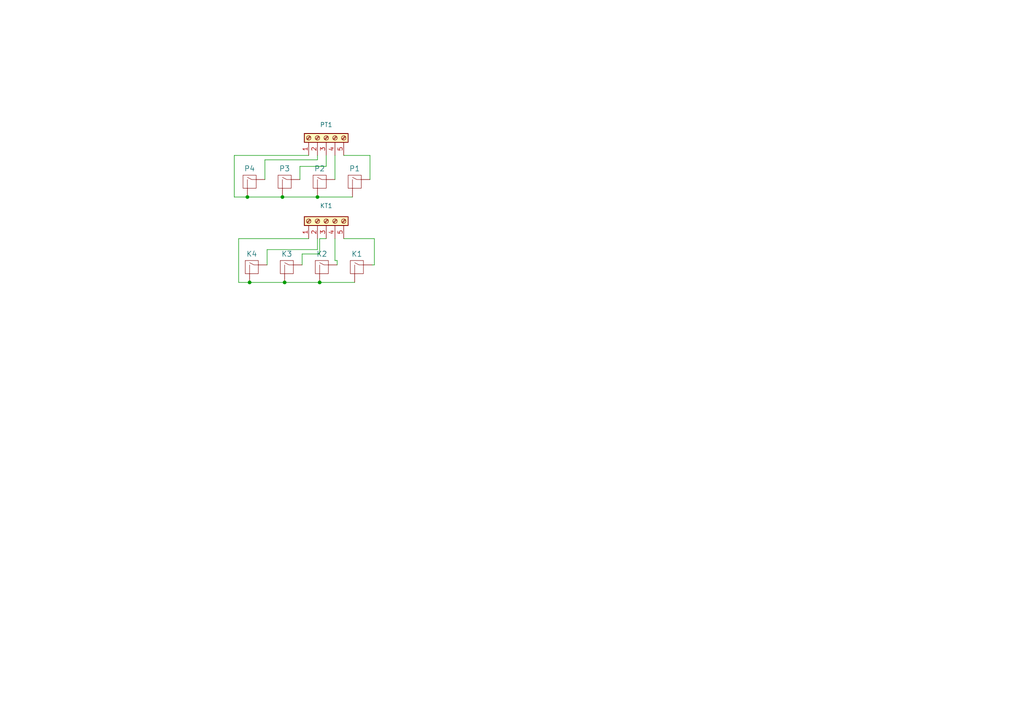
<source format=kicad_sch>
(kicad_sch (version 20211123) (generator eeschema)
  (paper "A4")
  (lib_symbols
    (symbol "CB66SwitchSymbols:MX-1U" (pin_names (offset 1.016))
      (property "Reference" "MX" (at 0 3.175 0))
      (symbol "MX-1U_0_0"
        (polyline (pts (xy -0.635 -1.905) (xy -0.635 0.635)) (stroke (width 0.127)))
        (polyline (pts (xy 1.905 0.635) (xy 0.635 0.635) (xy -0.635 1.27)) (stroke (width 0.127)))
        (rectangle (start 1.905 -1.905) (end -1.905 1.905) (stroke (width 0.127)))
      )
      (symbol "MX-1U_1_1"
        (pin passive line (at 4.445 0.635 180) (length 2.54) (name "COL") (number "1"))
        (pin passive line (at -0.635 -4.445 90) (length 2.54) (name "ROW") (number "2"))
      )
    )
    (symbol "Connector:Screw_Terminal_01x05" (pin_names (offset 1.016) hide)
      (property "Reference" "J" (at 0 7.62 0))
      (property "Value" "Screw_Terminal_01x05" (at 0 -7.62 0))
      (symbol "Screw_Terminal_01x05_1_1"
        (rectangle (start -1.27 6.35) (end 1.27 -6.35) (stroke (width 0.254)) (fill (type background)))
        (circle (center 0 -5.08) (radius 0.635) (stroke (width 0.1524)))
        (circle (center 0 -2.54) (radius 0.635) (stroke (width 0.1524)))
        (polyline (pts (xy -0.5334 -4.7498) (xy 0.3302 -5.588)) (stroke (width 0.1524)))
        (polyline (pts (xy -0.5334 -2.2098) (xy 0.3302 -3.048)) (stroke (width 0.1524)))
        (polyline (pts (xy -0.5334 0.3302) (xy 0.3302 -0.508)) (stroke (width 0.1524)))
        (polyline (pts (xy -0.5334 2.8702) (xy 0.3302 2.032)) (stroke (width 0.1524)))
        (polyline (pts (xy -0.5334 5.4102) (xy 0.3302 4.572)) (stroke (width 0.1524)))
        (polyline (pts (xy -0.3556 -4.572) (xy 0.508 -5.4102)) (stroke (width 0.1524)))
        (polyline (pts (xy -0.3556 -2.032) (xy 0.508 -2.8702)) (stroke (width 0.1524)))
        (polyline (pts (xy -0.3556 0.508) (xy 0.508 -0.3302)) (stroke (width 0.1524)))
        (polyline (pts (xy -0.3556 3.048) (xy 0.508 2.2098)) (stroke (width 0.1524)))
        (polyline (pts (xy -0.3556 5.588) (xy 0.508 4.7498)) (stroke (width 0.1524)))
        (circle (center 0 0) (radius 0.635) (stroke (width 0.1524)))
        (circle (center 0 2.54) (radius 0.635) (stroke (width 0.1524)))
        (circle (center 0 5.08) (radius 0.635) (stroke (width 0.1524)))
        (pin passive line (at -5.08 5.08 0) (length 3.81) (name "Pin_1") (number "1"))
        (pin passive line (at -5.08 2.54 0) (length 3.81) (name "Pin_2") (number "2"))
        (pin passive line (at -5.08 0 0) (length 3.81) (name "Pin_3") (number "3"))
        (pin passive line (at -5.08 -2.54 0) (length 3.81) (name "Pin_4") (number "4"))
        (pin passive line (at -5.08 -5.08 0) (length 3.81) (name "Pin_5") (number "5"))
      )
    )
  )
  (junction (at 71.755 57.15))
  (junction (at 92.075 57.15))
  (junction (at 92.71 81.915))
  (junction (at 81.915 57.15))
  (junction (at 82.55 81.915))
  (junction (at 72.39 81.915))
  (wire (pts (xy 76.835 46.355) (xy 76.835 52.07)))
  (wire (pts (xy 81.915 57.15) (xy 71.755 57.15)))
  (wire (pts (xy 94.615 48.26) (xy 86.995 48.26)))
  (wire (pts (xy 86.995 48.26) (xy 86.995 52.07)))
  (wire (pts (xy 94.615 69.215) (xy 92.71 69.215)))
  (wire (pts (xy 108.585 69.215) (xy 108.585 76.835)))
  (wire (pts (xy 92.71 73.66) (xy 87.63 73.66)))
  (wire (pts (xy 97.155 75.565) (xy 97.79 75.565)))
  (wire (pts (xy 108.585 76.835) (xy 107.95 76.835)))
  (wire (pts (xy 102.235 57.15) (xy 92.075 57.15)))
  (wire (pts (xy 71.755 57.15) (xy 67.945 57.15)))
  (wire (pts (xy 99.695 45.085) (xy 107.315 45.085)))
  (wire (pts (xy 77.47 72.39) (xy 77.47 76.835)))
  (wire (pts (xy 69.215 81.915) (xy 69.215 69.215)))
  (wire (pts (xy 82.55 81.915) (xy 72.39 81.915)))
  (wire (pts (xy 67.945 45.085) (xy 89.535 45.085)))
  (wire (pts (xy 92.71 69.215) (xy 92.71 73.66)))
  (wire (pts (xy 92.075 57.15) (xy 81.915 57.15)))
  (wire (pts (xy 92.075 45.085) (xy 92.075 46.355)))
  (wire (pts (xy 94.615 45.085) (xy 94.615 48.26)))
  (wire (pts (xy 69.215 69.215) (xy 89.535 69.215)))
  (wire (pts (xy 107.315 45.085) (xy 107.315 52.07)))
  (wire (pts (xy 99.695 69.215) (xy 108.585 69.215)))
  (wire (pts (xy 87.63 73.66) (xy 87.63 76.835)))
  (wire (pts (xy 67.945 45.085) (xy 67.945 57.15)))
  (wire (pts (xy 92.075 46.355) (xy 76.835 46.355)))
  (wire (pts (xy 97.155 45.085) (xy 97.155 52.07)))
  (wire (pts (xy 72.39 81.915) (xy 69.215 81.915)))
  (wire (pts (xy 97.155 69.215) (xy 97.155 75.565)))
  (wire (pts (xy 102.87 81.915) (xy 92.71 81.915)))
  (wire (pts (xy 92.71 81.915) (xy 82.55 81.915)))
  (wire (pts (xy 92.075 69.215) (xy 92.075 72.39)))
  (wire (pts (xy 97.79 75.565) (xy 97.79 76.835)))
  (wire (pts (xy 92.075 72.39) (xy 77.47 72.39)))
  (symbol (lib_id "CB66SwitchSymbols:MX-1U") (at 83.185 77.47 0) (unit 1)
    (property "Reference" "K3" (at 83.185 73.66 0) (effects (font (size 1.524 1.524))))
    (property "Value" "MX-1U" (effects hide))
    (property "Footprint" "random-footprints:mx-1350-hybrid" (effects hide))
  )
  (symbol (lib_id "CB66SwitchSymbols:MX-1U") (at 103.505 77.47 0) (unit 1)
    (property "Reference" "K1" (at 103.505 73.66 0) (effects (font (size 1.524 1.524))))
    (property "Value" "MX-1U" (effects hide))
    (property "Footprint" "random-footprints:mx-1350-hybrid" (effects hide))
  )
  (symbol (lib_id "CB66SwitchSymbols:MX-1U") (at 72.39 52.705 0) (unit 1)
    (property "Reference" "P4" (at 72.39 48.895 0) (effects (font (size 1.524 1.524))))
    (property "Value" "MX-1U" (effects hide))
    (property "Footprint" "random-footprints:mx-1350-hybrid" (effects hide))
  )
  (symbol (lib_id "Connector:Screw_Terminal_01x05") (at 94.615 40.005 90) (unit 1)
    (property "Reference" "PT1" (at 94.615 36.195 90))
    (property "Value" "Screw_Terminal_01x05" (effects hide))
    (property "Footprint" "TerminalBlock_Phoenix:TerminalBlock_Phoenix_MPT-0,5-5-2.54_1x05_P2.54mm_Horizontal" (effects hide))
  )
  (symbol (lib_id "CB66SwitchSymbols:MX-1U") (at 73.025 77.47 0) (unit 1)
    (property "Reference" "K4" (at 73.025 73.66 0) (effects (font (size 1.524 1.524))))
    (property "Value" "MX-1U" (effects hide))
    (property "Footprint" "random-footprints:mx-1350-hybrid" (effects hide))
  )
  (symbol (lib_id "CB66SwitchSymbols:MX-1U") (at 82.55 52.705 0) (unit 1)
    (property "Reference" "P3" (at 82.55 48.895 0) (effects (font (size 1.524 1.524))))
    (property "Value" "MX-1U" (effects hide))
    (property "Footprint" "random-footprints:mx-1350-hybrid" (effects hide))
  )
  (symbol (lib_id "CB66SwitchSymbols:MX-1U") (at 92.71 52.705 0) (unit 1)
    (property "Reference" "P2" (at 92.71 48.895 0) (effects (font (size 1.524 1.524))))
    (property "Value" "MX-1U" (effects hide))
    (property "Footprint" "random-footprints:mx-1350-hybrid" (effects hide))
  )
  (symbol (lib_id "CB66SwitchSymbols:MX-1U") (at 93.345 77.47 0) (unit 1)
    (property "Reference" "K2" (at 93.345 73.66 0) (effects (font (size 1.524 1.524))))
    (property "Value" "MX-1U" (effects hide))
    (property "Footprint" "random-footprints:mx-1350-hybrid" (effects hide))
  )
  (symbol (lib_id "Connector:Screw_Terminal_01x05") (at 94.615 64.135 90) (unit 1)
    (property "Reference" "KT1" (at 94.615 59.69 90))
    (property "Value" "Screw_Terminal_01x05" (effects hide))
    (property "Footprint" "TerminalBlock_Phoenix:TerminalBlock_Phoenix_MPT-0,5-5-2.54_1x05_P2.54mm_Horizontal" (effects hide))
  )
  (symbol (lib_id "CB66SwitchSymbols:MX-1U") (at 102.87 52.705 0) (unit 1)
    (property "Reference" "P1" (at 102.87 48.895 0) (effects (font (size 1.524 1.524))))
    (property "Value" "MX-1U" (effects hide))
    (property "Footprint" "random-footprints:mx-1350-hybrid" (effects hide))
  )
)
</source>
